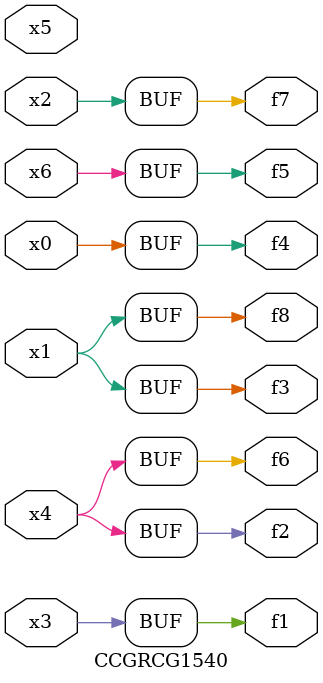
<source format=v>
module CCGRCG1540(
	input x0, x1, x2, x3, x4, x5, x6,
	output f1, f2, f3, f4, f5, f6, f7, f8
);
	assign f1 = x3;
	assign f2 = x4;
	assign f3 = x1;
	assign f4 = x0;
	assign f5 = x6;
	assign f6 = x4;
	assign f7 = x2;
	assign f8 = x1;
endmodule

</source>
